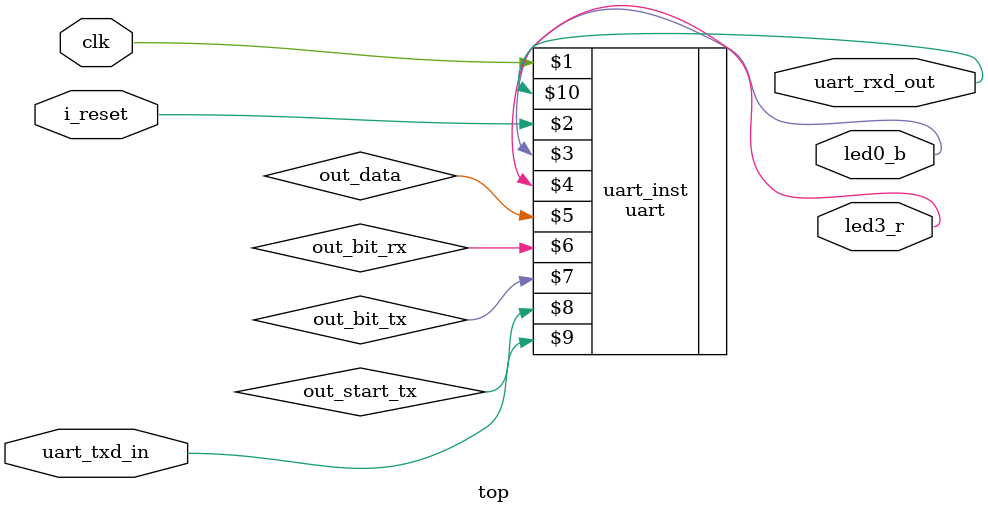
<source format=v>
`timescale 1ns / 1ps

module top #(
    parameter             BW = 9
  ) (
    input wire            clk,
    input wire		        i_reset,

    output wire           led0_b,
    output wire           led3_r,

    input wire            uart_txd_in,
    output wire           uart_rxd_out
  );

  uart #(BW, 32, 10416) uart_inst (
    clk,
    i_reset,
    led0_b,
    led3_r,
    out_data,
    out_bit_rx,
    out_bit_tx,
    out_start_tx,
    uart_txd_in,
    uart_rxd_out
  );
endmodule

</source>
